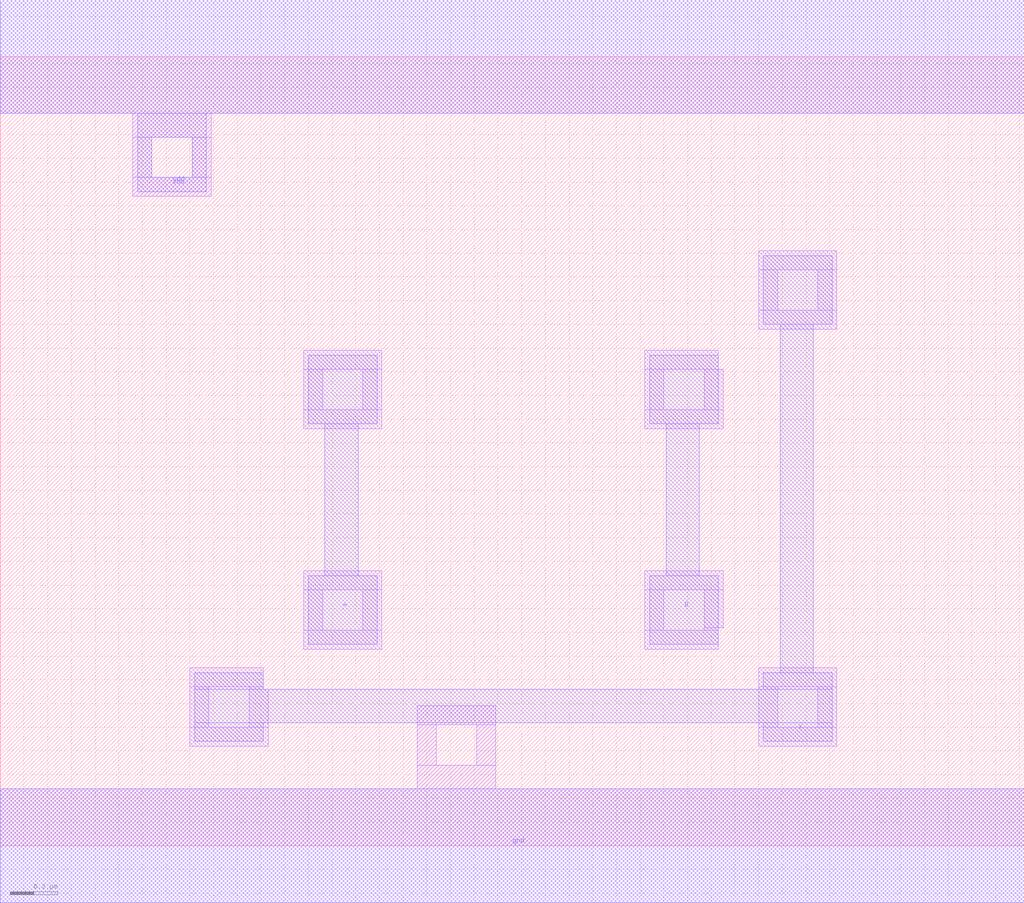
<source format=lef>
VERSION 5.7 ;
  NOWIREEXTENSIONATPIN ON ;
  DIVIDERCHAR "/" ;
  BUSBITCHARS "[]" ;
MACRO NOR2X1
  CLASS CORE ;
  FOREIGN NOR2X1 ;
  ORIGIN 0.000 0.000 ;
  SIZE 4.320 BY 3.330 ;
  SYMMETRY X Y R90 ;
  SITE unit ;
  PIN vdd
    DIRECTION INOUT ;
    USE POWER ;
    SHAPE ABUTMENT ;
    PORT
      LAYER met1 ;
        RECT 0.000 3.090 4.320 3.570 ;
        RECT 0.580 2.990 0.870 3.090 ;
        RECT 0.580 2.820 0.640 2.990 ;
        RECT 0.810 2.820 0.870 2.990 ;
        RECT 0.580 2.760 0.870 2.820 ;
    END
    PORT
      LAYER li1 ;
        RECT 0.000 3.090 4.320 3.570 ;
        RECT 0.560 2.990 0.890 3.090 ;
        RECT 0.560 2.820 0.640 2.990 ;
        RECT 0.810 2.820 0.890 2.990 ;
        RECT 0.560 2.740 0.890 2.820 ;
    END
  END vdd
  PIN gnd
    DIRECTION INOUT ;
    USE GROUND ;
    SHAPE ABUTMENT ;
    PORT
      LAYER met1 ;
        RECT 0.000 -0.240 4.320 0.240 ;
    END
    PORT
      LAYER li1 ;
        RECT 1.760 0.510 2.090 0.590 ;
        RECT 1.760 0.340 1.840 0.510 ;
        RECT 2.010 0.340 2.090 0.510 ;
        RECT 1.760 0.240 2.090 0.340 ;
        RECT 0.000 -0.240 4.320 0.240 ;
    END
  END gnd
  PIN Y
    DIRECTION INOUT ;
    USE SIGNAL ;
    SHAPE ABUTMENT ;
    PORT
      LAYER met1 ;
        RECT 3.220 2.200 3.510 2.490 ;
        RECT 3.290 0.730 3.430 2.200 ;
        RECT 0.820 0.660 1.110 0.730 ;
        RECT 3.220 0.660 3.510 0.730 ;
        RECT 0.820 0.520 3.510 0.660 ;
        RECT 0.820 0.440 1.110 0.520 ;
        RECT 3.220 0.440 3.510 0.520 ;
    END
  END Y
  PIN A
    DIRECTION INOUT ;
    USE SIGNAL ;
    SHAPE ABUTMENT ;
    PORT
      LAYER met1 ;
        RECT 1.300 1.780 1.590 2.070 ;
        RECT 1.370 1.140 1.510 1.780 ;
        RECT 1.300 0.850 1.590 1.140 ;
    END
  END A
  PIN B
    DIRECTION INOUT ;
    USE SIGNAL ;
    SHAPE ABUTMENT ;
    PORT
      LAYER met1 ;
        RECT 2.740 1.780 3.030 2.070 ;
        RECT 2.810 1.140 2.950 1.780 ;
        RECT 2.740 0.850 3.030 1.140 ;
    END
  END B
  OBS
      LAYER li1 ;
        RECT 3.200 2.430 3.530 2.510 ;
        RECT 3.200 2.260 3.280 2.430 ;
        RECT 3.450 2.260 3.530 2.430 ;
        RECT 3.200 2.180 3.530 2.260 ;
        RECT 1.280 2.010 1.610 2.090 ;
        RECT 1.280 1.840 1.360 2.010 ;
        RECT 1.530 1.840 1.610 2.010 ;
        RECT 1.280 1.760 1.610 1.840 ;
        RECT 2.720 2.010 3.030 2.090 ;
        RECT 2.720 1.840 2.800 2.010 ;
        RECT 2.970 1.840 3.050 2.010 ;
        RECT 2.720 1.760 3.050 1.840 ;
        RECT 1.280 1.080 1.610 1.160 ;
        RECT 1.280 0.910 1.360 1.080 ;
        RECT 1.530 0.910 1.610 1.080 ;
        RECT 1.280 0.830 1.610 0.910 ;
        RECT 2.720 1.080 3.050 1.160 ;
        RECT 2.720 0.910 2.800 1.080 ;
        RECT 2.970 0.920 3.050 1.080 ;
        RECT 2.970 0.910 3.030 0.920 ;
        RECT 2.720 0.830 3.030 0.910 ;
        RECT 0.800 0.670 1.110 0.750 ;
        RECT 0.800 0.500 0.880 0.670 ;
        RECT 1.050 0.660 1.110 0.670 ;
        RECT 3.200 0.670 3.530 0.750 ;
        RECT 1.050 0.500 1.130 0.660 ;
        RECT 0.800 0.420 1.130 0.500 ;
        RECT 3.200 0.500 3.280 0.670 ;
        RECT 3.450 0.500 3.530 0.670 ;
        RECT 3.200 0.420 3.530 0.500 ;
  END
END NOR2X1
END LIBRARY


</source>
